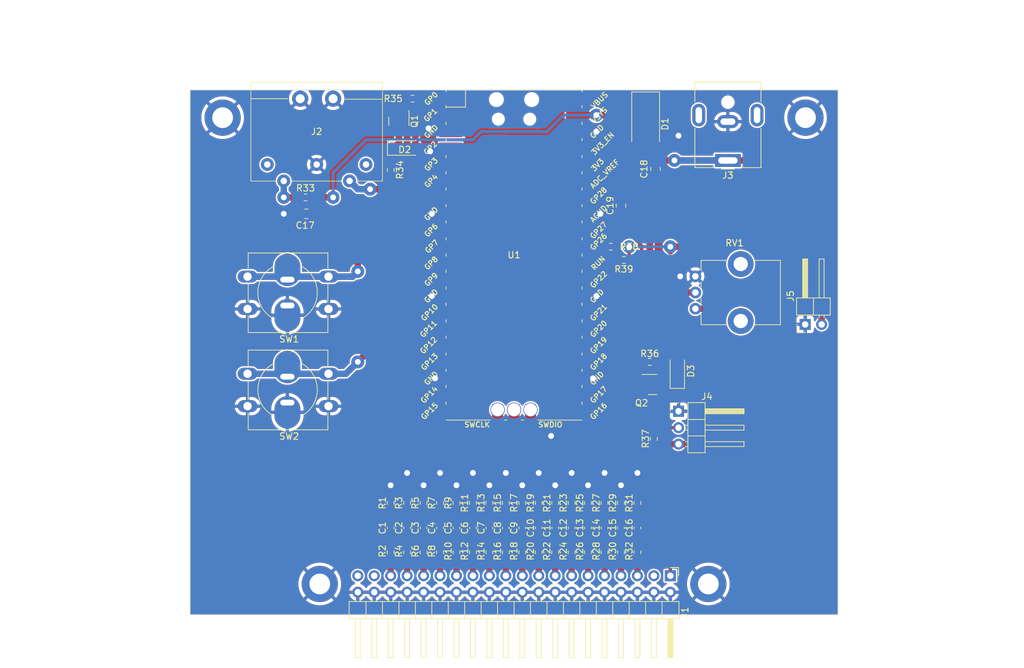
<source format=kicad_pcb>
(kicad_pcb (version 20221018) (generator pcbnew)
  (layers (0 "F.Cu" signal) (31 "B.Cu" signal) (34 "B.Paste" user) (35 "F.Paste" user) (36 "B.SilkS" user "B.Silkscreen") (37 "F.SilkS" user "F.Silkscreen") (38 "B.Mask" user) (39 "F.Mask" user) (44 "Edge.Cuts" user))
  (net 0 "")
  (net 1 "Net-(C1-Pad2)")
  (net 2 "GND")
  (net 6 "/s00")
  (net 7 "/s01")
  (net 8 "/s02")
  (net 9 "/s03")
  (net 10 "/s04")
  (net 11 "/s05")
  (net 12 "/s06")
  (net 13 "/s07")
  (net 14 "/s08")
  (net 15 "/s09")
  (net 16 "/s10")
  (net 17 "/s11")
  (net 18 "/s12")
  (net 19 "/s13")
  (net 20 "/s14")
  (net 21 "/s15")
  (net 22 "Net-(D2-K)")
  (net 26 "+5V")
  (net 34 "Net-(C2-Pad2)")
  (net 35 "Net-(C3-Pad2)")
  (net 36 "Net-(C4-Pad2)")
  (net 37 "Net-(C5-Pad2)")
  (net 38 "Net-(C6-Pad2)")
  (net 39 "Net-(C7-Pad2)")
  (net 40 "Net-(C8-Pad2)")
  (net 41 "Net-(C9-Pad2)")
  (net 42 "Net-(C10-Pad2)")
  (net 43 "Net-(C11-Pad2)")
  (net 44 "Net-(C12-Pad2)")
  (net 45 "Net-(C13-Pad2)")
  (net 46 "Net-(C14-Pad2)")
  (net 47 "Net-(C15-Pad2)")
  (net 48 "Net-(C16-Pad2)")
  (net 49 "/in00")
  (net 50 "/in01")
  (net 51 "/in02")
  (net 52 "/in03")
  (net 53 "/in04")
  (net 54 "/in05")
  (net 55 "/in06")
  (net 56 "/in07")
  (net 57 "/in08")
  (net 58 "/in09")
  (net 59 "/in10")
  (net 60 "/in11")
  (net 61 "/in12")
  (net 62 "/in13")
  (net 63 "/in14")
  (net 64 "/in15")
  (net 66 "Net-(J2-Pad4)")
  (net 67 "Net-(J2-Pad5)")
  (net 68 "Net-(D2-A)")
  (net 69 "Net-(D3-K)")
  (net 70 "Net-(D1-A)")
  (net 71 "/TX")
  (net 73 "Net-(D3-A)")
  (net 74 "/led_out")
  (net 75 "Net-(U1-GPIO28_ADC2)")
  (net 76 "/cal_bt")
  (net 77 "/mode")
  (net 78 "/bt2")
  (net 80 "/VREF")
  (net 81 "Net-(J1-Pin_1)")
  (footprint "Resistor_SMD:R_0603_1608Metric" (layer "F.Cu") (at 110.045 69.85)
    (fp_text reference "R33")
    (fp_text value "220")
  )
  (footprint "Capacitor_SMD:C_0603_1608Metric" (layer "F.Cu") (at 133.35 120.89 -90)
    (fp_text reference "C5")
    (fp_text value "1nF")
  )
  (footprint "Capacitor_SMD:C_0603_1608Metric" (layer "F.Cu") (at 123.19 120.89 -90)
    (fp_text reference "C1")
    (fp_text value "1nF")
  )
  (footprint "Resistor_SMD:R_0603_1608Metric" (layer "F.Cu") (at 153.67 124.65 -90)
    (fp_text reference "R26")
    (fp_text value "4.7k")
  )
  (footprint "Resistor_SMD:R_0603_1608Metric" (layer "F.Cu") (at 158.75 117.03 90)
    (fp_text reference "R29")
    (fp_text value "10Meg")
  )
  (footprint "Resistor_SMD:R_0603_1608Metric" (layer "F.Cu") (at 143.51 124.65 -90)
    (fp_text reference "R18")
    (fp_text value "4.7k")
  )
  (footprint "Capacitor_SMD:C_0805_2012Metric" (layer "F.Cu") (at 164.084 65.466 90)
    (fp_text reference "C18")
    (fp_text value "10uF")
  )
  (footprint "Resistor_SMD:R_0603_1608Metric" (layer "F.Cu") (at 130.81 124.65 -90)
    (fp_text reference "R8")
    (fp_text value "4.7k")
  )
  (footprint "Resistor_SMD:R_0603_1608Metric" (layer "F.Cu") (at 138.43 117.03 90)
    (fp_text reference "R13")
    (fp_text value "10Meg")
  )
  (footprint "Resistor_SMD:R_0603_1608Metric" (layer "F.Cu") (at 126.555 54.61 180)
    (fp_text reference "R35")
    (fp_text value "1k")
  )
  (footprint "Resistor_SMD:R_0603_1608Metric" (layer "F.Cu") (at 143.51 117.03 90)
    (fp_text reference "R17")
    (fp_text value "10Meg")
  )
  (footprint "0_local:RPi_Pico_SMD" (layer "F.Cu") (at 142.24 78.74)
    (fp_text reference "U1")
    (fp_text value "Pico")
  )
  (footprint "Connector_PinHeader_2.54mm:PinHeader_1x02_P2.54mm_Horizontal" (layer "F.Cu") (at 187.193 89.465 90)
    (fp_text reference "J5")
    (fp_text value "power")
  )
  (footprint "Resistor_SMD:R_0603_1608Metric" (layer "F.Cu") (at 159.195 79.502 180)
    (fp_text reference "R39")
    (fp_text value "100k")
  )
  (footprint "Diode_SMD:D_MiniMELF" (layer "F.Cu") (at 125.35 62.23)
    (fp_text reference "D2")
    (fp_text value "BAT43")
  )
  (footprint "MountingHole:MountingHole_3.2mm_M3_DIN965_Pad" (layer "F.Cu") (at 187.24 57.54)
    (fp_text reference "H3" hide)
    (fp_text value "MountingHole_Pad")
  )
  (footprint "Diode_SMD:D_MiniMELF" (layer "F.Cu") (at 167.45 96.675 90)
    (fp_text reference "D3")
    (fp_text value "BAT43")
  )
  (footprint "Capacitor_SMD:C_0805_2012Metric" (layer "F.Cu") (at 158.75 71.12 90)
    (fp_text reference "C19")
    (fp_text value "10uF")
  )
  (footprint "Connector_BarrelJack:BarrelJack_CUI_PJ-063AH_Horizontal" (layer "F.Cu") (at 175.26 64.15 180)
    (fp_text reference "J3")
    (fp_text value "Barrel_Jack_Switch")
  )
  (footprint "Resistor_SMD:R_0603_1608Metric" (layer "F.Cu") (at 130.81 117.03 90)
    (fp_text reference "R7")
    (fp_text value "10Meg")
  )
  (footprint "Package_TO_SOT_SMD:SOT-23" (layer "F.Cu") (at 124.46 58.0875 -90)
    (fp_text reference "Q1")
    (fp_text value "BC846")
  )
  (footprint "MountingHole:MountingHole_3.2mm_M3_DIN965_Pad" (layer "F.Cu") (at 97.24 57.54)
    (fp_text reference "H4" hide)
    (fp_text value "MountingHole_Pad")
  )
  (footprint "0_local:Button" (layer "F.Cu") (at 107.24 99.54 180)
    (fp_text reference "SW2")
    (fp_text value "BT2")
  )
  (footprint "Resistor_SMD:R_0603_1608Metric" (layer "F.Cu") (at 138.43 124.65 -90)
    (fp_text reference "R14")
    (fp_text value "4.7k")
  )
  (footprint "Resistor_SMD:R_0603_1608Metric" (layer "F.Cu") (at 123.19 65.595 -90)
    (fp_text reference "R34")
    (fp_text value "220")
  )
  (footprint "Resistor_SMD:R_0603_1608Metric" (layer "F.Cu") (at 133.35 124.65 -90)
    (fp_text reference "R10")
    (fp_text value "4.7k")
  )
  (footprint "Capacitor_SMD:C_0603_1608Metric" (layer "F.Cu") (at 158.75 120.89 -90)
    (fp_text reference "C15")
    (fp_text value "1nF")
  )
  (footprint "Resistor_SMD:R_0603_1608Metric" (layer "F.Cu") (at 123.19 124.65 -90)
    (fp_text reference "R2")
    (fp_text value "4.7k")
  )
  (footprint "Capacitor_SMD:C_0603_1608Metric" (layer "F.Cu") (at 128.27 120.89 -90)
    (fp_text reference "C3")
    (fp_text value "1nF")
  )
  (footprint "Capacitor_SMD:C_0603_1608Metric" (layer "F.Cu") (at 146.05 120.89 -90)
    (fp_text reference "C10")
    (fp_text value "1nF")
  )
  (footprint "Resistor_SMD:R_0603_1608Metric" (layer "F.Cu") (at 125.73 117.03 90)
    (fp_text reference "R3")
    (fp_text value "10Meg")
  )
  (footprint "0_local:Button" (layer "F.Cu") (at 107.24 84.54 180)
    (fp_text reference "SW1")
    (fp_text value "Calibrate")
  )
  (footprint "0_local:DIN_5" (layer "F.Cu") (at 111.76 59.69)
    (fp_text reference "J2")
    (fp_text value "OUT")
  )
  (footprint "MountingHole:MountingHole_3.2mm_M3_DIN965_Pad" (layer "F.Cu") (at 112.24 129.54)
    (fp_text reference "H1" hide)
    (fp_text value "MountingHole_Pad")
  )
  (footprint "Resistor_SMD:R_0603_1608Metric" (layer "F.Cu") (at 157.163 77.47 180)
    (fp_text reference "R38")
    (fp_text value "1k")
  )
  (footprint "Resistor_SMD:R_0603_1608Metric" (layer "F.Cu") (at 148.59 117.03 90)
    (fp_text reference "R21")
    (fp_text value "10Meg")
  )
  (footprint "Capacitor_SMD:C_0603_1608Metric" (layer "F.Cu") (at 138.43 120.89 -90)
    (fp_text reference "C7")
    (fp_text value "1nF")
  )
  (footprint "Resistor_SMD:R_0603_1608Metric" (layer "F.Cu") (at 151.13 124.65 -90)
    (fp_text reference "R24")
    (fp_text value "4.7k")
  )
  (footprint "Resistor_SMD:R_0603_1608Metric" (layer "F.Cu") (at 135.89 124.65 -90)
    (fp_text reference "R12")
    (fp_text value "4.7k")
  )
  (footprint "Capacitor_SMD:C_0603_1608Metric" (layer "F.Cu") (at 153.67 120.89 -90)
    (fp_text reference "C13")
    (fp_text value "1nF")
  )
  (footprint "Resistor_SMD:R_0603_1608Metric" (layer "F.Cu") (at 163.195 95.25)
    (fp_text reference "R36")
    (fp_text value "1k")
  )
  (footprint "Capacitor_SMD:C_0603_1608Metric" (layer "F.Cu") (at 148.59 120.89 -90)
    (fp_text reference "C11")
    (fp_text value "1nF")
  )
  (footprint "Resistor_SMD:R_0603_1608Metric" (layer "F.Cu") (at 146.05 117.03 90)
    (fp_text reference "R19")
    (fp_text value "10Meg")
  )
  (footprint "Capacitor_SMD:C_0603_1608Metric" (layer "F.Cu") (at 151.13 120.89 -90)
    (fp_text reference "C12")
    (fp_text value "1nF")
  )
  (footprint "Connector_PinHeader_2.54mm:PinHeader_1x03_P2.54mm_Horizontal" (layer "F.Cu") (at 167.64 102.87)
    (fp_text reference "J4")
    (fp_text value "Conn_01x04_Pin")
  )
  (footprint "Resistor_SMD:R_0603_1608Metric" (layer "F.Cu") (at 148.59 124.65 -90)
    (fp_text reference "R22")
    (fp_text value "4.7k")
  )
  (footprint "Capacitor_SMD:C_0805_2012Metric" (layer "F.Cu") (at 110.17 72.39 180)
    (fp_text reference "C17")
    (fp_text value "10uF")
  )
  (footprint "Package_TO_SOT_SMD:SOT-23" (layer "F.Cu") (at 163.64 98.74)
    (fp_text reference "Q2")
    (fp_text value "BC846")
  )
  (footprint "Resistor_SMD:R_0603_1608Metric" (layer "F.Cu") (at 146.05 124.65 -90)
    (fp_text reference "R20")
    (fp_text value "4.7k")
  )
  (footprint "Diode_SMD:D_SMA-SMB_Universal_Handsoldering" (layer "F.Cu") (at 162.56 58.526 -90)
    (fp_text reference "D1")
    (fp_text value "SK24A")
  )
  (footprint "Resistor_SMD:R_0603_1608Metric" (layer "F.Cu") (at 128.27 117.03 90)
    (fp_text reference "R5")
    (fp_text value "10Meg")
  )
  (footprint "Resistor_SMD:R_0603_1608Metric" (layer "F.Cu") (at 133.35 117.03 90)
    (fp_text reference "R9")
    (fp_text value "10Meg")
  )
  (footprint "Capacitor_SMD:C_0603_1608Metric" (layer "F.Cu") (at 130.81 120.89 -90)
    (fp_text reference "C4")
    (fp_text value "1nF")
  )
  (footprint "Resistor_SMD:R_0603_1608Metric" (layer "F.Cu") (at 140.97 124.65 -90)
    (fp_text reference "R16")
    (fp_text value "4.7k")
  )
  (footprint "Capacitor_SMD:C_0603_1608Metric" (layer "F.Cu") (at 156.21 120.89 -90)
    (fp_text reference "C14")
    (fp_text value "1nF")
  )
  (footprint "Resistor_SMD:R_0603_1608Metric" (layer "F.Cu") (at 161.29 117.03 90)
    (fp_text reference "R31")
    (fp_text value "10Meg")
  )
  (footprint "Capacitor_SMD:C_0603_1608Metric" (layer "F.Cu") (at 143.51 120.89 -90)
    (fp_text reference "C9")
    (fp_text value "1nF")
  )
  (footprint "Resistor_SMD:R_0603_1608Metric" (layer "F.Cu") (at 163.83 107.125 -90)
    (fp_text reference "R37")
    (fp_text value "1k")
  )
  (footprint "Resistor_SMD:R_0603_1608Metric" (layer "F.Cu") (at 128.27 124.65 -90)
    (fp_text reference "R6")
    (fp_text value "4.7k")
  )
  (footprint "Resistor_SMD:R_0603_1608Metric" (layer "F.Cu") (at 156.21 117.03 90)
    (fp_text reference "R27")
    (fp_text value "10Meg")
  )
  (footprint "Resistor_SMD:R_0603_1608Metric" (layer "F.Cu") (at 156.21 124.65 -90)
    (fp_text reference "R28")
    (fp_text value "4.7k")
  )
  (footprint "Capacitor_SMD:C_0603_1608Metric" (layer "F.Cu") (at 161.29 120.89 -90)
    (fp_text reference "C16")
    (fp_text value "1nF")
  )
  (footprint "Resistor_SMD:R_0603_1608Metric" (layer "F.Cu") (at 140.97 117.03 90)
    (fp_text reference "R15")
    (fp_text value "10Meg")
  )
  (footprint "Resistor_SMD:R_0603_1608Metric" (layer "F.Cu") (at 123.19 117.03 90)
    (fp_text reference "R1")
    (fp_text value "10Meg")
  )
  (footprint "0_local:Potentiometer_Bourns_PTV09A-1_Single_Vertical" (layer "F.Cu") (at 177.24 84.54)
    (fp_text reference "RV1")
    (fp_text value "10k")
  )
  (footprint "Resistor_SMD:R_0603_1608Metric" (layer "F.Cu") (at 161.29 124.65 -90)
    (fp_text reference "R32")
    (fp_text value "4.7k")
  )
  (footprint "MountingHole:MountingHole_3.2mm_M3_DIN965_Pad" (layer "F.Cu") (at 172.24 129.54)
    (fp_text reference "H2" hide)
    (fp_text value "MountingHole_Pad")
  )
  (footprint "Capacitor_SMD:C_0603_1608Metric" (layer "F.Cu") (at 135.89 120.89 -90)
    (fp_text reference "C6")
    (fp_text value "1nF")
  )
  (footprint "Resistor_SMD:R_0603_1608Metric" (layer "F.Cu") (at 151.13 117.03 90)
    (fp_text reference "R23")
    (fp_text value "10Meg")
  )
  (footprint "Resistor_SMD:R_0603_1608Metric" (layer "F.Cu") (at 158.75 124.65 -90)
    (fp_text reference "R30")
    (fp_text value "4.7k")
  )
  (footprint "Resistor_SMD:R_0603_1608Metric" (layer "F.Cu") (at 153.67 117.03 90)
    (fp_text reference "R25")
    (fp_text value "10Meg")
  )
  (footprint "Resistor_SMD:R_0603_1608Metric" (layer "F.Cu") (at 125.73 124.65 -90)
    (fp_text reference "R4")
    (fp_text value "4.7k")
  )
  (footprint "Connector_PinHeader_2.54mm:PinHeader_2x20_P2.54mm_Horizontal" (layer "F.Cu") (at 166.37 128.27 -90)
    (fp_text reference "J1")
    (fp_text value "Conn_02x20_Odd_Even")
  )
  (footprint "Resistor_SMD:R_0603_1608Metric" (layer "F.Cu") (at 135.89 117.03 90)
    (fp_text reference "R11")
    (fp_text value "10Meg")
  )
  (footprint "Capacitor_SMD:C_0603_1608Metric" (layer "F.Cu") (at 125.73 120.89 -90)
    (fp_text reference "C2")
    (fp_text value "1nF")
  )
  (footprint "Capacitor_SMD:C_0603_1608Metric" (layer "F.Cu") (at 140.97 120.89 -90)
    (fp_text reference "C8")
    (fp_text value "1nF")
  )
  (gr_rect (start 92.24 53.27) (end 192.24 134.27) (stroke (width 0.1)) (fill none) (layer "Edge.Cuts"))
  (gr_text "Jajcus'\ntouch MIDI\nv1" (at 101.24 127.54) (layer "F.Cu" knockout) (effects (font (size 1.5 1.5) (thickness 0.3) bold)))
  (segment (start 123.19 123.825) (end 123.19 121.665) (width 1) (layer "F.Cu") (net 1))
  (segment (start 161.29 116.205) (end 161.29 112.395) (width 1) (layer "F.Cu") (net 2))
  (segment (start 133.35 85.09) (end 129.54 85.09) (width 1) (layer "F.Cu") (net 2))
  (segment (start 128.27 116.205) (end 128.27 114.3) (width 1) (layer "F.Cu") (net 2))
  (segment (start 151.13 97.79) (end 154.94 97.79) (width 1) (layer "F.Cu") (net 2))
  (segment (start 133.35 59.69) (end 129.54 59.69) (width 1) (layer "F.Cu") (net 2))
  (segment (start 133.35 116.205) (end 133.35 114.3) (width 1) (layer "F.Cu") (net 2))
  (segment (start 146.05 116.205) (end 146.05 112.395) (width 1) (layer "F.Cu") (net 2))
  (segment (start 129.032 59.182) (end 129.286 62.738) (width 1) (layer "F.Cu") (net 2))
  (segment (start 158.75 116.205) (end 158.75 114.935) (width 1) (layer "F.Cu") (net 2))
  (segment (start 153.67 116.205) (end 153.67 114.3) (width 1) (layer "F.Cu") (net 2))
  (segment (start 135.89 116.205) (end 135.89 112.395) (width 1) (layer "F.Cu") (net 2))
  (segment (start 140.97 116.205) (end 140.97 112.395) (width 1) (layer "F.Cu") (net 2))
  (segment (start 133.35 72.39) (end 129.54 72.39) (width 1) (layer "F.Cu") (net 2))
  (segment (start 151.13 72.39) (end 154.94 72.39) (width 1) (layer "F.Cu") (net 2))
  (segment (start 130.81 116.205) (end 130.81 112.395) (width 1) (layer "F.Cu") (net 2))
  (segment (start 156.21 116.205) (end 156.21 112.395) (width 1) (layer "F.Cu") (net 2))
  (segment (start 125.73 116.205) (end 125.73 112.395) (width 1) (layer "F.Cu") (net 2))
  (segment (start 151.13 85.09) (end 154.94 85.09) (width 1) (layer "F.Cu") (net 2))
  (segment (start 148.59 116.205) (end 148.59 114.3) (width 1) (layer "F.Cu") (net 2))
  (segment (start 158.43 72.39) (end 158.75 72.07) (width 1) (layer "F.Cu") (net 2))
  (segment (start 143.51 116.205) (end 143.51 114.3) (width 1) (layer "F.Cu") (net 2))
  (segment (start 123.19 116.205) (end 123.19 114.3) (width 1) (layer "F.Cu") (net 2))
  (segment (start 151.13 59.69) (end 154.94 59.69) (width 1) (layer "F.Cu") (net 2))
  (segment (start 133.35 97.79) (end 129.54 97.79) (width 1) (layer "F.Cu") (net 2))
  (segment (start 151.13 116.205) (end 151.13 112.395) (width 1) (layer "F.Cu") (net 2))
  (segment (start 155.575 72.39) (end 158.43 72.39) (width 1) (layer "F.Cu") (net 2))
  (segment (start 109.22 72.39) (end 106.68 72.39) (width 1) (layer "F.Cu") (net 2))
  (segment (start 138.43 116.205) (end 138.43 114.3) (width 1) (layer "F.Cu") (net 2))
  (via (at 158.75 114.3) (size 2) (drill 0.9) (layers "F.Cu" "B.Cu") (net 2))
  (via (at 154.432 97.79) (size 2) (drill 0.9) (layers "F.Cu" "B.Cu") (net 2))
  (via (at 123.19 114.3) (size 2) (drill 0.9) (layers "F.Cu" "B.Cu") (net 2))
  (via (at 154.94 85.09) (size 2) (drill 0.9) (layers "F.Cu" "B.Cu") (net 2))
  (via (at 138.43 114.3) (size 2) (drill 0.9) (layers "F.Cu" "B.Cu") (net 2))
  (via (at 135.89 112.395) (size 2) (drill 0.9) (layers "F.Cu" "B.Cu") (net 2))
  (via (at 128.27 114.3) (size 2) (drill 0.9) (layers "F.Cu" "B.Cu") (net 2))
  (via (at 129.286 62.738) (size 2) (drill 0.9) (layers "F.Cu" "B.Cu") (net 2))
  (via (at 156.21 112.395) (size 2) (drill 0.9) (layers "F.Cu" "B.Cu") (net 2))
  (via (at 125.73 112.395) (size 2) (drill 0.9) (layers "F.Cu" "B.Cu") (net 2))
  (via (at 130.81 112.395) (size 2) (drill 0.9) (layers "F.Cu" "B.Cu") (net 2))
  (via (at 148.59 114.3) (size 2) (drill 0.9) (layers "F.Cu" "B.Cu") (net 2))
  (via (at 129.54 72.39) (size 2) (drill 0.9) (layers "F.Cu" "B.Cu") (net 2))
  (via (at 153.67 114.3) (size 2) (drill 0.9) (layers "F.Cu" "B.Cu") (net 2))
  (via (at 130.048 97.79) (size 2) (drill 0.9) (layers "F.Cu" "B.Cu") (net 2))
  (via (at 167.64 60.325) (size 2) (drill 0.9) (layers "F.Cu" "B.Cu") (net 2))
  (via (at 133.35 114.3) (size 2) (drill 0.9) (layers "F.Cu" "B.Cu") (net 2))
  (via (at 151.13 112.395) (size 2) (drill 0.9) (layers "F.Cu" "B.Cu") (net 2))
  (via (at 129.032 59.182) (size 2) (drill 0.9) (layers "F.Cu" "B.Cu") (net 2))
  (via (at 143.51 114.3) (size 2) (drill 0.9) (layers "F.Cu" "B.Cu") (net 2))
  (via (at 106.68 72.39) (size 2) (drill 0.9) (layers "F.Cu" "B.Cu") (net 2))
  (via (at 155.575 72.39) (size 2) (drill 0.9) (layers "F.Cu" "B.Cu") (net 2))
  (via (at 140.97 112.395) (size 2) (drill 0.9) (layers "F.Cu" "B.Cu") (net 2))
  (via (at 154.94 59.69) (size 2) (drill 0.9) (layers "F.Cu" "B.Cu") (net 2))
  (via (at 129.54 85.09) (size 2) (drill 0.9) (layers "F.Cu" "B.Cu") (net 2))
  (via (at 161.29 112.395) (size 2) (drill 0.9) (layers "F.Cu" "B.Cu") (net 2))
  (via (at 167.894 82.042) (size 2) (drill 0.9) (layers "F.Cu" "B.Cu") (net 2))
  (via (at 147.955 106.68) (size 2) (drill 0.9) (layers "F.Cu" "B.Cu") (net 2))
  (via (at 146.05 112.395) (size 2) (drill 0.9) (layers "F.Cu" "B.Cu") (net 2))
  (segment (start 123.19 118.745) (end 124.64 117.295) (width 0.5) (layer "F.Cu") (net 6))
  (segment (start 129.54 74.93) (end 122.68 81.79) (width 0.5) (layer "F.Cu") (net 6))
  (segment (start 123.19 120.115) (end 123.19 118.745) (width 1) (layer "F.Cu") (net 6))
  (segment (start 124.067601 113.126991) (end 124.067601 108.977399) (width 0.5) (layer "F.Cu") (net 6))
  (segment (start 124.64 117.295) (end 124.64 113.69939) (width 0.5) (layer "F.Cu") (net 6))
  (segment (start 123.19 118.745) (end 123.19 117.855) (width 1) (layer "F.Cu") (net 6))
  (segment (start 122.68 81.79) (end 122.68 107.589799) (width 0.5) (layer "F.Cu") (net 6))
  (segment (start 122.68 107.589799) (end 124.067601 108.977399) (width 0.5) (layer "F.Cu") (net 6))
  (segment (start 124.64 113.69939) (end 124.067601 113.126991) (width 0.5) (layer "F.Cu") (net 6))
  (segment (start 132.955 75.035) (end 131.095 75.035) (width 0.5) (layer "F.Cu") (net 6))
  (segment (start 133.35 74.93) (end 129.54 74.93) (width 0.5) (layer "F.Cu") (net 6))
  (segment (start 125.73 118.745) (end 125.73 117.855) (width 1) (layer "F.Cu") (net 7))
  (segment (start 127.18 112.99561) (end 127.18 111.099849) (width 0.5) (layer "F.Cu") (net 7))
  (segment (start 123.38 107.299849) (end 123.38 83.63) (width 0.5) (layer "F.Cu") (net 7))
  (segment (start 126.82 113.35561) (end 127.18 112.99561) (width 0.5) (layer "F.Cu") (net 7))
  (segment (start 129.54 77.47) (end 133.35 77.47) (width 0.5) (layer "F.Cu") (net 7))
  (segment (start 126.82 117.655) (end 126.82 113.35561) (width 0.5) (layer "F.Cu") (net 7))
  (segment (start 125.73 118.745) (end 126.82 117.655) (width 0.5) (layer "F.Cu") (net 7))
  (segment (start 127.18 111.099849) (end 123.38 107.299849) (width 0.5) (layer "F.Cu") (net 7))
  (segment (start 125.73 120.115) (end 125.73 118.745) (width 1) (layer "F.Cu") (net 7))
  (segment (start 123.38 83.63) (end 129.54 77.47) (width 0.5) (layer "F.Cu") (net 7))
  (segment (start 124.08 107.009899) (end 124.08 85.47) (width 0.5) (layer "F.Cu") (net 8))
  (segment (start 129.36 113.33939) (end 129.36 112.289899) (width 0.5) (layer "F.Cu") (net 8))
  (segment (start 129.72 117.295) (end 129.72 113.69939) (width 0.5) (layer "F.Cu") (net 8))
  (segment (start 129.72 113.69939) (end 129.36 113.33939) (width 0.5) (layer "F.Cu") (net 8))
  (segment (start 124.08 85.47) (end 129.54 80.01) (width 0.5) (layer "F.Cu") (net 8))
  (segment (start 128.27 120.115) (end 128.27 118.745) (width 1) (layer "F.Cu") (net 8))
  (segment (start 129.36 112.289899) (end 124.08 107.009899) (width 0.5) (layer "F.Cu") (net 8))
  (segment (start 129.54 80.01) (end 133.35 80.01) (width 0.5) (layer "F.Cu") (net 8))
  (segment (start 128.27 118.745) (end 128.27 117.855) (width 1) (layer "F.Cu") (net 8))
  (segment (start 128.27 118.745) (end 129.72 117.295) (width 0.5) (layer "F.Cu") (net 8))
  (segment (start 132.26 111.79439) (end 131.345611 110.880001) (width 0.5) (layer "F.Cu") (net 9))
  (segment (start 130.81 118.745) (end 130.81 117.855) (width 1) (layer "F.Cu") (net 9))
  (segment (start 131.9 116.84) (end 131.9 113.35561) (width 0.5) (layer "F.Cu") (net 9))
  (segment (start 130.81 118.745) (end 131.9 117.655) (width 0.5) (layer "F.Cu") (net 9))
  (segment (start 128.940052 110.880001) (end 124.78 106.719949) (width 0.5) (layer "F.Cu") (net 9))
  (segment (start 129.54 82.55) (end 133.35 82.55) (width 0.5) (layer "F.Cu") (net 9))
  (segment (start 130.81 120.115) (end 130.81 118.745) (width 1) (layer "F.Cu") (net 9))
  (segment (start 131.9 113.35561) (end 132.26 112.99561) (width 0.5) (layer "F.Cu") (net 9))
  (segment (start 124.78 106.719949) (end 124.78 87.31) (width 0.5) (layer "F.Cu") (net 9))
  (segment (start 130.81 117.855) (end 130.885 117.855) (width 0.5) (layer "F.Cu") (net 9))
  (segment (start 124.78 87.31) (end 129.54 82.55) (width 0.5) (layer "F.Cu") (net 9))
  (segment (start 132.26 112.99561) (end 132.26 111.79439) (width 0.5) (layer "F.Cu") (net 9))
  (segment (start 131.9 117.655) (end 131.9 116.84) (width 0.5) (layer "F.Cu") (net 9))
  (segment (start 131.345611 110.880001) (end 128.940052 110.880001) (width 0.5) (layer "F.Cu") (net 9))
  (segment (start 133.35 118.745) (end 134.8 117.295) (width 0.5) (layer "F.Cu") (net 10))
  (segment (start 133.35 87.63) (end 129.54 87.63) (width 0.5) (layer "F.Cu") (net 10))
  (segment (start 126.04 106.99) (end 129.230001 110.180001) (width 0.5) (layer "F.Cu") (net 10))
  (segment (start 133.35 120.115) (end 133.35 118.745) (width 1) (layer "F.Cu") (net 10))
  (segment (start 133.35 118.745) (end 133.35 117.855) (width 1) (layer "F.Cu") (net 10))
  (segment (start 134.8 117.295) (end 134.8 113.35561) (width 0.5) (layer "F.Cu") (net 10))
  (segment (start 126.04 91.13) (end 126.04 106.99) (width 0.5) (layer "F.Cu") (net 10))
  (segment (start 134.44 112.99561) (end 134.44 111.905) (width 0.5) (layer "F.Cu") (net 10))
  (segment (start 129.230001 110.180001) (end 132.715 110.18) (width 0.5) (layer "F.Cu") (net 10))
  (segment (start 134.8 113.35561) (end 134.44 112.99561) (width 0.5) (layer "F.Cu") (net 10))
  (segment (start 129.54 87.63) (end 126.04 91.13) (width 0.5) (layer "F.Cu") (net 10))
  (segment (start 134.44 111.905) (end 132.715 110.18) (width 0.5) (layer "F.Cu") (net 10))
  (segment (start 136.149999 109.479999) (end 129.650203 109.480001) (width 0.5) (layer "F.Cu") (net 11))
  (segment (start 135.89 118.745) (end 136.525 118.11) (width 0.5) (layer "F.Cu") (net 11))
  (segment (start 135.89 120.115) (end 135.89 118.745) (width 1) (layer "F.Cu") (net 11))
  (segment (start 129.650203 109.480001) (end 126.74 106.5698) (width 0.5) (layer "F.Cu") (net 11))
  (segment (start 137.34 110.67) (end 136.149999 109.479999) (width 0.5) (layer "F.Cu") (net 11))
  (segment (start 136.84 117.795) (end 136.84 113.49561) (width 0.5) (layer "F.Cu") (net 11))
  (segment (start 135.89 118.745) (end 135.89 117.855) (width 1) (layer "F.Cu") (net 11))
  (segment (start 137.34 112.99561) (end 137.34 110.67) (width 0.5) (layer "F.Cu") (net 11))
  (segment (start 129.54 90.17) (end 133.35 90.17) (width 0.5) (layer "F.Cu") (net 11))
  (segment (start 126.74 106.5698) (end 126.74 92.97) (width 0.5) (layer "F.Cu") (net 11))
  (segment (start 136.525 118.11) (end 136.84 117.795) (width 0.5) (layer "F.Cu") (net 11))
  (segment (start 126.74 92.97) (end 129.54 90.17) (width 0.5) (layer "F.Cu") (net 11))
  (segment (start 136.84 113.49561) (end 137.34 112.99561) (width 0.5) (layer "F.Cu") (net 11))
  (segment (start 139.88 117.295) (end 139.88 113.35561) (width 0.5) (layer "F.Cu") (net 12))
  (segment (start 138.43 118.745) (end 138.43 117.855) (width 1) (layer "F.Cu") (net 12))
  (segment (start 139.065 112.54061) (end 139.065 109.855) (width 0.5) (layer "F.Cu") (net 12))
  (segment (start 137.99 108.78) (end 129.940152 108.78) (width 0.5) (layer "F.Cu") (net 12))
  (segment (start 138.43 118.745) (end 139.88 117.295) (width 0.5) (layer "F.Cu") (net 12))
  (segment (start 139.065 109.855) (end 137.99 108.78) (width 0.5) (layer "F.Cu") (net 12))
  (segment (start 127.44 106.27985) (end 129.325075 108.164925) (width 0.5) (layer "F.Cu") (net 12))
  (segment (start 139.88 113.35561) (end 139.065 112.54061) (width 0.5) (layer "F.Cu") (net 12))
  (segment (start 129.54 92.71) (end 127.44 94.81) (width 0.5) (layer "F.Cu") (net 12))
  (segment (start 127.44 94.81) (end 127.44 106.27985) (width 0.5) (layer "F.Cu") (net 12))
  (segment (start 129.940152 108.78) (end 129.325075 108.164925) (width 0.5) (layer "F.Cu") (net 12))
  (segment (start 138.43 120.115) (end 138.43 118.745) (width 1) (layer "F.Cu") (net 12))
  (segment (start 133.35 92.71) (end 129.54 92.71) (width 0.5) (layer "F.Cu") (net 12))
  (segment (start 141.605 118.11) (end 142.06 117.655) (width 0.5) (layer "F.Cu") (net 13))
  (segment (start 129.54 95.25) (end 133.35 95.25) (width 0.5) (layer "F.Cu") (net 13))
  (segment (start 142.42 112.99561) (end 142.42 110.67) (width 0.5) (layer "F.Cu") (net 13))
  (segment (start 142.42 110.67) (end 139.83 108.08) (width 0.5) (layer "F.Cu") (net 13))
  (segment (start 142.06 117.655) (end 142.06 113.35561) (width 0.5) (layer "F.Cu") (net 13))
  (segment (start 130.230102 108.08) (end 128.14 105.9899) (width 0.5) (layer "F.Cu") (net 13))
  (segment (start 140.97 120.115) (end 140.97 118.745) (width 1) (layer "F.Cu") (net 13))
  (segment (start 128.14 105.9899) (end 128.14 96.65) (width 0.5) (layer "F.Cu") (net 13))
  (segment (start 139.83 108.08) (end 130.230102 108.08) (width 0.5) (layer "F.Cu") (net 13))
  (segment (start 128.14 96.65) (end 129.54 95.25) (width 0.5) (layer "F.Cu") (net 13))
  (segment (start 142.06 113.35561) (end 142.42 112.99561) (width 0.5) (layer "F.Cu") (net 13))
  (segment (start 140.97 118.745) (end 141.605 118.11) (width 0.5) (layer "F.Cu") (net 13))
  (segment (start 140.97 118.745) (end 140.97 117.855) (width 1) (layer "F.Cu") (net 13))
  (segment (start 144.96 113.35561) (end 144.4625 112.85811) (width 0.5) (layer "F.Cu") (net 14))
  (segment (start 144.4625 110.1725) (end 141.67 107.38) (width 0.5) (layer "F.Cu") (net 14))
  (segment (start 141.67 107.38) (end 130.520051 107.38) (width 0.5) (layer "F.Cu") (net 14))
  (segment (start 130.520051 107.38) (end 128.84 105.69995) (width 0.5) (layer "F.Cu") (net 14))
  (segment (start 143.51 118.745) (end 143.51 117.855) (width 1) (layer "F.Cu") (net 14))
  (segment (start 128.84 102.98) (end 131.49 100.33) (width 0.5) (layer "F.Cu") (net 14))
  (segment (start 131.49 100.33) (end 133.35 100.33) (width 0.5) (layer "F.Cu") (net 14))
  (segment (start 143.51 118.745) (end 144.96 117.295) (width 0.5) (layer "F.Cu") (net 14))
  (segment (start 143.51 120.115) (end 143.51 118.745) (width 1) (layer "F.Cu") (net 14))
  (segment (start 144.4625 112.85811) (end 144.4625 110.1725) (width 0.5) (layer "F.Cu") (net 14))
  (segment (start 133.35 100.33) (end 130.81 100.33) (width 0.5) (layer "F.Cu") (net 14))
  (segment (start 128.84 105.69995) (end 128.84 102.98) (width 0.5) (layer "F.Cu") (net 14))
  (segment (start 144.96 117.295) (end 144.96 113.35561) (width 0.5) (layer "F.Cu") (net 14))
  (segment (start 130.81 102.87) (end 133.35 102.87) (width 0.5) (layer "F.Cu") (net 15))
  (segment (start 129.54 105.41) (end 129.54 104.14) (width 0.5) (layer "F.Cu") (net 15))
  (segment (start 129.54 104.14) (end 130.81 102.87) (width 0.5) (layer "F.Cu") (net 15))
  (segment (start 147.14 113.35561) (end 147.5 112.99561) (width 0.5) (layer "F.Cu") (net 15))
  (segment (start 146.05 118.745) (end 146.05 117.855) (width 1) (layer "F.Cu") (net 15))
  (segment (start 143.51 106.68) (end 130.81 106.68) (width 0.5) (layer "F.Cu") (net 15))
  (segment (start 147.5 112.99561) (end 147.5 110.67) (width 0.5) (layer "F.Cu") (net 15))
  (segment (start 146.05 120.115) (end 146.05 118.745) (width 1) (layer "F.Cu") (net 15))
  (segment (start 147.14 117.655) (end 147.14 113.35561) (width 0.5) (layer "F.Cu") (net 15))
  (segment (start 146.05 118.745) (end 147.14 117.655) (width 0.5) (layer "F.Cu") (net 15))
  (segment (start 147.5 110.67) (end 143.51 106.68) (width 0.5) (layer "F.Cu") (net 15))
  (segment (start 130.81 106.68) (end 129.54 105.41) (width 0.5) (layer "F.Cu") (net 15))
  (segment (start 150.04 117.295) (end 150.04 113.69939) (width 0.5) (layer "F.Cu") (net 16))
  (segment (start 153.67 106.68) (end 154.94 105.41) (width 0.5) (layer "F.Cu") (net 16))
  (segment (start 148.59 118.745) (end 150.04 117.295) (width 0.5) (layer "F.Cu") (net 16))
  (segment (start 153.67 102.87) (end 151.13 102.87) (width 0.5) (layer "F.Cu") (net 16))
  (segment (start 149.225 108.585) (end 151.13 106.68) (width 0.5) (layer "F.Cu") (net 16))
  (segment (start 148.59 118.745) (end 148.59 117.855) (width 1) (layer "F.Cu") (net 16))
  (segment (start 154.94 104.14) (end 153.67 102.87) (width 0.5) (layer "F.Cu") (net 16))
  (segment (start 151.13 106.68) (end 153.67 106.68) (width 0.5) (layer "F.Cu") (net 16))
  (segment (start 154.94 105.41) (end 154.94 104.14) (width 0.5) (layer "F.Cu") (net 16))
  (segment (start 149.225 112.88439) (end 149.225 108.585) (width 0.5) (layer "F.Cu") (net 16))
  (segment (start 150.04 113.69939) (end 149.225 112.88439) (width 0.5) (layer "F.Cu") (net 16))
  (segment (start 148.59 120.115) (end 148.59 118.745) (width 1) (layer "F.Cu") (net 16))
  (segment (start 151.13 100.33) (end 154.94 100.33) (width 0.5) (layer "F.Cu") (net 17))
  (segment (start 151.13 118.745) (end 151.13 117.855) (width 1) (layer "F.Cu") (net 17))
  (segment (start 155.64 101.03) (end 155.64 105.98) (width 0.5) (layer "F.Cu") (net 17))
  (segment (start 151.13 118.745) (end 152.22 117.655) (width 0.5) (layer "F.Cu") (net 17))
  (segment (start 151.13 120.115) (end 151.13 118.745) (width 1) (layer "F.Cu") (net 17))
  (segment (start 155.64 105.98) (end 152.7175 108.9025) (width 0.5) (layer "F.Cu") (net 17))
  (segment (start 152.7175 113.20189) (end 152.7175 108.9025) (width 0.5) (layer "F.Cu") (net 17))
  (segment (start 152.22 113.69939) (end 152.7175 113.20189) (width 0.5) (layer "F.Cu") (net 17))
  (segment (start 154.94 100.33) (end 155.64 101.03) (width 0.5) (layer "F.Cu") (net 17))
  (segment (start 152.22 117.655) (end 152.22 113.69939) (width 0.5) (layer "F.Cu") (net 17))
  (segment (start 155.12 113.35561) (end 154.76 112.99561) (width 0.5) (layer "F.Cu") (net 18))
  (segment (start 156.34 96.65) (end 154.94 95.25) (width 0.5) (layer "F.Cu") (net 18))
  (segment (start 153.67 118.745) (end 155.12 117.295) (width 0.5) (layer "F.Cu") (net 18))
  (segment (start 156.34 106.26995) (end 156.34 96.65) (width 0.5) (layer "F.Cu") (net 18))
  (segment (start 154.94 95.25) (end 151.13 95.25) (width 0.5) (layer "F.Cu") (net 18))
  (segment (start 155.12 117.295) (end 155.12 113.35561) (width 0.5) (layer "F.Cu") (net 18))
  (segment (start 154.76 107.84995) (end 156.34 106.26995) (width 0.5) (layer "F.Cu") (net 18))
  (segment (start 153.67 120.115) (end 153.67 118.745) (width 1) (layer "F.Cu") (net 18))
  (segment (start 153.67 118.745) (end 153.67 117.855) (width 1) (layer "F.Cu") (net 18))
  (segment (start 154.76 112.99561) (end 154.76 107.84995) (width 0.5) (layer "F.Cu") (net 18))
  (segment (start 154.94 92.71) (end 157.04 94.81) (width 0.5) (layer "F.Cu") (net 19))
  (segment (start 157.16 117.795) (end 157.16 113.49561) (width 0.5) (layer "F.Cu") (net 19))
  (segment (start 157.16 113.49561) (end 157.66 112.99561) (width 0.5) (layer "F.Cu") (net 19))
  (segment (start 156.21 118.745) (end 156.21 117.855) (width 1) (layer "F.Cu") (net 19))
  (segment (start 157.04 94.81) (end 157.04 111.17439) (width 0.5) (layer "F.Cu") (net 19))
  (segment (start 156.21 120.115) (end 156.21 118.745) (width 1) (layer "F.Cu") (net 19))
  (segment (start 157.04 111.17439) (end 157.485585 111.619975) (width 0.5) (layer "F.Cu") (net 19))
  (segment (start 151.13 92.71) (end 154.94 92.71) (width 0.5) (layer "F.Cu") (net 19))
  (segment (start 156.21 118.745) (end 157.16 117.795) (width 0.5) (layer "F.Cu") (net 19))
  (segment (start 157.66 112.99561) (end 157.66 111.80556) (width 0.5) (layer "F.Cu") (net 19))
  (segment (start 157.66 111.80556) (end 157.48 111.625559) (width 0.5) (layer "F.Cu") (net 19))
  (segment (start 159.35061 112.49505) (end 159.35061 112.85) (width 0.5) (layer "F.Cu") (net 20))
  (segment (start 160.2 113.69939) (end 160.2 117.295) (width 0.5) (layer "F.Cu") (net 20))
  (segment (start 159.35061 112.85) (end 160.2 113.69939) (width 0.5) (layer "F.Cu") (net 20))
  (segment (start 158.75 120.115) (end 158.75 118.745) (width 1) (layer "F.Cu") (net 20))
  (segment (start 157.74 110.88444) (end 159.35061 112.49505) (width 0.5) (layer "F.Cu") (net 20))
  (segment (start 158.75 118.745) (end 158.75 117.855) (width 1) (layer "F.Cu") (net 20))
  (segment (start 151.13 90.17) (end 154.94 90.17) (width 0.5) (layer "F.Cu") (net 20))
  (segment (start 160.2 117.295) (end 158.75 118.745) (width 0.5) (layer "F.Cu") (net 20))
  (segment (start 154.94 90.17) (end 157.74 92.97) (width 0.5) (layer "F.Cu") (net 20))
  (segment (start 157.74 92.97) (end 157.74 110.88444) (width 0.5) (layer "F.Cu") (net 20))
  (segment (start 161.29 118.745) (end 161.29 117.855) (width 1) (layer "F.Cu") (net 21))
  (segment (start 161.29 120.115) (end 161.29 118.745) (width 1) (layer "F.Cu") (net 21))
  (segment (start 163.195 112.24939) (end 158.44 107.49439) (width 0.5) (layer "F.Cu") (net 21))
  (segment (start 163.195 116.84) (end 163.195 112.24939) (width 0.5) (layer "F.Cu") (net 21))
  (segment (start 158.44 107.49439) (end 158.44 91.13) (width 0.5) (layer "F.Cu") (net 21))
  (segment (start 158.44 91.13) (end 154.94 87.63) (width 0.5) (layer "F.Cu") (net 21))
  (segment (start 154.94 87.63) (end 151.13 87.63) (width 0.5) (layer "F.Cu") (net 21))
  (segment (start 161.29 118.745) (end 163.195 116.84) (width 0.5) (layer "F.Cu") (net 21))
  (segment (start 124.46 61.47) (end 123.7 62.23) (width 1) (layer "F.Cu") (net 22))
  (segment (start 124.46 59.025) (end 124.46 61.47) (width 1) (layer "F.Cu") (net 22))
  (segment (start 123.7 62.23) (end 123.7 64.26) (width 1) (layer "F.Cu") (net 22))
  (segment (start 123.7 64.26) (end 123.19 64.77) (width 1) (layer "F.Cu") (net 22))
  (segment (start 158.37 57.15) (end 161.036 57.15) (width 1) (layer "F.Cu") (net 26))
  (segment (start 179.07 74.93) (end 182.88 78.74) (width 1) (layer "F.Cu") (net 26))
  (segment (start 111.76 71.75) (end 111.12 72.39) (width 1) (layer "F.Cu") (net 26))
  (segment (start 110.87 69.85) (end 111.76 69.85) (width 1) (layer "F.Cu") (net 26))
  (segment (start 170.18 74.93) (end 179.07 74.93) (width 1) (layer "F.Cu") (net 26))
  (segment (start 158.37 63.12) (end 170.18 74.93) (width 1) (layer "F.Cu") (net 26))
  (segment (start 167.64 107.95) (end 163.83 107.95) (width 1) (layer "F.Cu") (net 26))
  (segment (start 111.76 69.85) (end 111.76 71.75) (width 1) (layer "F.Cu") (net 26))
  (segment (start 182.88 78.74) (end 182.88 102.87) (width 1) (layer "F.Cu") (net 26))
  (segment (start 111.76 69.85) (end 114.3 69.85) (width 1) (layer "F.Cu") (net 26))
  (segment (start 151.13 57.15) (end 154.94 57.15) (width 1) (layer "F.Cu") (net 26))
  (segment (start 182.88 102.87) (end 177.8 107.95) (width 1) (layer "F.Cu") (net 26))
  (segment (start 161.036 57.15) (end 162.56 55.626) (width 1) (layer "F.Cu") (net 26))
  (segment (start 177.8 107.95) (end 167.64 107.95) (width 1) (layer "F.Cu") (net 26))
  (segment (start 154.94 57.15) (end 158.37 57.15) (width 1) (layer "F.Cu") (net 26))
  (segment (start 158.37 57.15) (end 158.37 63.12) (width 1) (layer "F.Cu") (net 26))
  (via (at 154.94 57.15) (size 2) (drill 0.9) (layers "F.Cu" "B.Cu") (net 26))
  (via (at 114.3 69.85) (size 2) (drill 0.9) (layers "F.Cu" "B.Cu") (net 26))
  (segment (start 135.89 60.96) (end 123.19 60.96) (width 0.5) (layer "B.Cu") (net 26))
  (segment (start 147.32 59.69) (end 137.16 59.69) (width 0.5) (layer "B.Cu") (net 26))
  (segment (start 114.3 66.04) (end 114.3 69.85) (width 0.5) (layer "B.Cu") (net 26))
  (segment (start 123.19 60.96) (end 119.38 60.96) (width 0.5) (layer "B.Cu") (net 26))
  (segment (start 154.94 57.15) (end 149.86 57.15) (width 0.5) (layer "B.Cu") (net 26))
  (segment (start 137.16 59.69) (end 135.89 60.96) (width 0.5) (layer "B.Cu") (net 26))
  (segment (start 149.86 57.15) (end 147.32 59.69) (width 0.5) (layer "B.Cu") (net 26))
  (segment (start 119.38 60.96) (end 114.3 66.04) (width 0.5) (layer "B.Cu") (net 26))
  (segment (start 125.73 123.825) (end 125.73 121.665) (width 1) (layer "F.Cu") (net 34))
  (segment (start 128.27 123.825) (end 128.27 121.665) (width 1) (layer "F.Cu") (net 35))
  (segment (start 130.81 123.825) (end 130.81 121.665) (width 1) (layer "F.Cu") (net 36))
  (segment (start 133.35 123.825) (end 133.35 121.665) (width 1) (layer "F.Cu") (net 37))
  (segment (start 135.89 123.825) (end 135.89 121.665) (width 1) (layer "F.Cu") (net 38))
  (segment (start 138.43 123.825) (end 138.43 121.665) (width 1) (layer "F.Cu") (net 39))
  (segment (start 140.97 123.825) (end 140.97 121.665) (width 1) (layer "F.Cu") (net 40))
  (segment (start 143.51 123.825) (end 143.51 121.665) (width 1) (layer "F.Cu") (net 41))
  (segment (start 146.05 123.825) (end 146.05 121.665) (width 1) (layer "F.Cu") (net 42))
  (segment (start 148.59 123.825) (end 148.59 121.665) (width 1) (layer "F.Cu") (net 43))
  (segment (start 151.13 123.825) (end 151.13 121.665) (width 1) (layer "F.Cu") (net 44))
  (segment (start 153.67 123.825) (end 153.67 121.665) (width 1) (layer "F.Cu") (net 45))
  (segment (start 156.21 123.825) (end 156.21 121.665) (width 1) (layer "F.Cu") (net 46))
  (segment (start 158.75 123.825) (end 158.75 121.665) (width 1) (layer "F.Cu") (net 47))
  (segment (start 161.29 123.825) (end 161.29 121.665) (width 1) (layer "F.Cu") (net 48))
  (segment (start 123.19 128.27) (end 123.19 125.475) (width 1) (layer "F.Cu") (net 49))
  (segment (start 125.73 125.475) (end 125.73 128.27) (width 1) (layer "F.Cu") (net 50))
  (segment (start 128.27 125.475) (end 128.27 128.27) (width 1) (layer "F.Cu") (net 51))
  (segment (start 130.81 125.475) (end 130.81 128.27) (width 1) (layer "F.Cu") (net 52))
  (segment (start 133.35 125.475) (end 133.35 128.27) (width 1) (layer "F.Cu") (net 53))
  (segment (start 135.89 125.475) (end 135.89 128.27) (width 1) (layer "F.Cu") (net 54))
  (segment (start 138.43 125.475) (end 138.43 128.27) (width 1) (layer "F.Cu") (net 55))
  (segment (start 140.97 125.475) (end 140.97 128.27) (width 1) (layer "F.Cu") (net 56))
  (segment (start 143.51 125.475) (end 143.51 128.27) (width 1) (layer "F.Cu") (net 57))
  (segment (start 146.05 125.475) (end 146.05 128.27) (width 1) (layer "F.Cu") (net 58))
  (segment (start 148.59 125.475) (end 148.59 128.27) (width 1) (layer "F.Cu") (net 59))
  (segment (start 151.13 125.475) (end 151.13 128.27) (width 1) (layer "F.Cu") (net 60))
  (segment (start 153.67 125.475) (end 153.67 128.27) (width 1) (layer "F.Cu") (net 61))
  (segment (start 156.21 125.475) (end 156.21 128.27) (width 1) (layer "F.Cu") (net 62))
  (segment (start 158.75 125.475) (end 158.75 128.27) (width 1) (layer "F.Cu") (net 63))
  (segment (start 161.29 125.475) (end 161.29 128.27) (width 1) (layer "F.Cu") (net 64))
  (segment (start 106.68 69.85) (end 106.68 67.31) (width 1) (layer "F.Cu") (net 66))
  (segment (start 106.68 69.85) (end 109.22 69.85) (width 1) (layer "F.Cu") (net 66))
  (via (at 106.68 69.85) (size 2) (drill 0.9) (layers "F.Cu" "B.Cu") (net 66))
  (segment locked (start 106.68 67.31) (end 106.68 69.85) (width 1) (layer "B.Cu") (net 66))
  (segment (start 118.11 68.58) (end 120.015 68.58) (width 1) (layer "F.Cu") (net 67))
  (segment (start 121.285 68.58) (end 120.015 68.58) (width 1) (layer "F.Cu") (net 67))
  (segment (start 123.19 66.42) (end 123.19 66.675) (width 1) (layer "F.Cu") (net 67))
  (segment (start 123.19 66.675) (end 121.285 68.58) (width 1) (layer "F.Cu") (net 67))
  (segment (start 116.84 67.31) (end 118.11 68.58) (width 1) (layer "F.Cu") (net 67))
  (via (at 120.015 68.58) (size 2) (drill 0.9) (layers "F.Cu" "B.Cu") (net 67))
  (segment locked (start 116.84 67.31) (end 118.11 68.58) (width 1) (layer "B.Cu") (net 67))
  (segment locked (start 118.11 68.58) (end 120.015 68.58) (width 1) (layer "B.Cu") (net 67))
  (segment (start 125.73 56.83) (end 127 58.1) (width 1) (layer "F.Cu") (net 68))
  (segment (start 125.73 56.83) (end 125.41 57.15) (width 1) (layer "F.Cu") (net 68))
  (segment (start 125.73 54.61) (end 125.73 56.83) (width 1) (layer "F.Cu") (net 68))
  (segment (start 127 58.1) (end 127 62.23) (width 1) (layer "F.Cu") (net 68))
  (segment (start 164.5775 100.8525) (end 164.5775 98.74) (width 0.5) (layer "F.Cu") (net 69))
  (segment (start 167.3125 98.74) (end 167.45 98.6025) (width 0.5) (layer "F.Cu") (net 69))
  (segment (start 164.5775 98.74) (end 167.3125 98.74) (width 0.5) (layer "F.Cu") (net 69))
  (segment (start 167.64 105.41) (end 165.1 105.41) (width 0.5) (layer "F.Cu") (net 69))
  (segment (start 163.83 104.14) (end 163.83 101.6) (width 0.5) (layer "F.Cu") (net 69))
  (segment (start 163.83 106.3) (end 163.83 104.14) (width 0.5) (layer "F.Cu") (net 69))
  (segment (start 165.1 105.41) (end 163.83 104.14) (width 0.5) (layer "F.Cu") (net 69))
  (segment (start 163.83 101.6) (end 164.5775 100.8525) (width 0.5) (layer "F.Cu") (net 69))
  (segment locked (start 175.26 64.15) (end 167.02 64.15) (width 1) (layer "F.Cu") (net 70))
  (segment (start 175.26 64.15) (end 183.784 64.15) (width 1) (layer "F.Cu") (net 70))
  (segment (start 165.269 64.135) (end 164.888 64.516) (width 1) (layer "F.Cu") (net 70))
  (segment (start 167.005 64.135) (end 165.269 64.135) (width 1) (layer "F.Cu") (net 70))
  (segment (start 189.733 70.099) (end 189.733 89.465) (width 1) (layer "F.Cu") (net 70))
  (segment (start 165.269 64.135) (end 162.56 61.426) (width 1) (layer "F.Cu") (net 70))
  (segment (start 164.888 64.516) (end 164.084 64.516) (width 1) (layer "F.Cu") (net 70))
  (segment (start 183.784 64.15) (end 189.733 70.099) (width 1) (layer "F.Cu") (net 70))
  (via (at 167.005 64.135) (size 2) (drill 0.9) (layers "F.Cu" "B.Cu") (net 70))
  (segment (start 167.005 64.135) (end 167.02 64.15) (width 1) (layer "B.Cu") (net 70))
  (segment locked (start 167.02 64.15) (end 175.26 64.15) (width 1) (layer "B.Cu") (net 70))
  (segment (start 133.35 54.61) (end 127.38 54.61) (width 1) (layer "F.Cu") (net 71))
  (segment (start 164.02 96.4725) (end 162.7025 97.79) (width 0.5) (layer "F.Cu") (net 73))
  (segment (start 164.02 95.25) (end 164.02 96.4725) (width 0.5) (layer "F.Cu") (net 73))
  (segment (start 167.45 95.3025) (end 164.0725 95.3025) (width 0.5) (layer "F.Cu") (net 73))
  (segment (start 164.0725 95.3025) (end 164.02 95.25) (width 0.5) (layer "F.Cu") (net 73))
  (segment (start 159.53061 74.93) (end 161.925 77.32439) (width 0.5) (layer "F.Cu") (net 74))
  (segment (start 161.925 94.805) (end 162.37 95.25) (width 0.5) (layer "F.Cu") (net 74))
  (segment (start 151.13 74.93) (end 159.53061 74.93) (width 0.5) (layer "F.Cu") (net 74))
  (segment (start 161.925 77.32439) (end 161.925 94.805) (width 0.5) (layer "F.Cu") (net 74))
  (segment (start 151.13 69.85) (end 157.29 69.85) (width 1) (layer "F.Cu") (net 75))
  (segment (start 158.75 70.17) (end 159.475 70.17) (width 1) (layer "F.Cu") (net 75))
  (segment (start 159.475 70.17) (end 163.195 73.89) (width 1) (layer "F.Cu") (net 75))
  (segment (start 163.195 73.89) (end 163.195 80.095) (width 1) (layer "F.Cu") (net 75))
  (segment (start 157.29 69.85) (end 158.75 69.85) (width 1) (layer "F.Cu") (net 75))
  (segment (start 163.195 80.095) (end 167.64 84.54) (width 1) (layer "F.Cu") (net 75))
  (segment (start 167.64 84.54) (end 170.24 84.54) (width 1) (layer "F.Cu") (net 75))
  (segment (start 133.35 67.31) (end 127 67.31) (width 1) (layer "F.Cu") (net 76))
  (segment (start 101.09 82.08) (end 117.31 82.08) (width 1) (layer "F.Cu") (net 76))
  (segment (start 127 67.31) (end 118.11 76.2) (width 1) (layer "F.Cu") (net 76))
  (segment (start 118.11 76.2) (end 118.11 81.28) (width 1) (layer "F.Cu") (net 76))
  (segment (start 117.31 82.08) (end 118.11 81.28) (width 1) (layer "F.Cu") (net 76))
  (via (at 118.11 81.28) (size 2) (drill 0.9) (layers "F.Cu" "B.Cu") (net 76))
  (segment locked (start 101.09 82.08) (end 113.59 82.08) (width 1) (layer "B.Cu") (net 76))
  (segment locked (start 117.31 82.08) (end 118.11 81.28) (width 1) (layer "B.Cu") (net 76))
  (segment locked (start 113.59 82.08) (end 117.31 82.08) (width 1) (layer "B.Cu") (net 76))
  (segment (start 151.13 77.47) (end 156.338 77.47) (width 0.5) (layer "F.Cu") (net 77))
  (segment (start 129.54 69.85) (end 120.65 78.74) (width 1) (layer "F.Cu") (net 78))
  (segment (start 101.09 97.08) (end 116.28 97.08) (width 1) (layer "F.Cu") (net 78))
  (segment (start 120.65 92.71) (end 118.11 95.25) (width 1) (layer "F.Cu") (net 78))
  (segment (start 120.65 78.74) (end 120.65 92.71) (width 1) (layer "F.Cu") (net 78))
  (segment (start 133.35 69.85) (end 129.54 69.85) (width 1) (layer "F.Cu") (net 78))
  (segment (start 116.28 97.08) (end 118.11 95.25) (width 1) (layer "F.Cu") (net 78))
  (via (at 118.11 95.25) (size 2) (drill 0.9) (layers "F.Cu" "B.Cu") (net 78))
  (segment locked (start 116.28 97.08) (end 118.11 95.25) (width 1) (layer "B.Cu") (net 78))
  (segment locked (start 113.59 97.08) (end 101.09 97.08) (width 1) (layer "B.Cu") (net 78))
  (segment locked (start 113.59 97.08) (end 116.28 97.08) (width 1) (layer "B.Cu") (net 78))
  (segment (start 166.37 77.47) (end 166.37 78.17) (width 1) (layer "F.Cu") (net 80))
  (segment (start 173.482 85.598) (end 173.482 81.28) (width 1) (layer "F.Cu") (net 80))
  (segment (start 166.37 77.47) (end 169.672 77.47) (width 1) (layer "F.Cu") (net 80))
  (segment (start 169.672 77.47) (end 159.512 67.31) (width 1) (layer "F.Cu") (net 80))
  (segment (start 159.512 67.31) (end 151.13 67.31) (width 1) (layer "F.Cu") (net 80))
  (segment (start 160.02 79.502) (end 160.02 77.47) (width 0.5) (layer "F.Cu") (net 80))
  (segment (start 170.24 87.04) (end 172.04 87.04) (width 1) (layer "F.Cu") (net 80))
  (segment (start 172.04 87.04) (end 173.482 85.598) (width 1) (layer "F.Cu") (net 80))
  (segment (start 173.482 81.28) (end 169.672 77.47) (width 1) (layer "F.Cu") (net 80))
  (via (at 160.02 77.47) (size 2) (drill 0.9) (layers "F.Cu" "B.Cu") (net 80))
  (via (at 166.37 77.47) (size 2) (drill 0.9) (layers "F.Cu" "B.Cu") (net 80))
  (segment (start 160.02 77.47) (end 166.37 77.47) (width 0.5) (layer "B.Cu") (net 80))
  (segment (start 158.37 80.265) (end 160.02 81.915) (width 0.5) (layer "F.Cu") (net 81))
  (segment (start 157.988 79.12) (end 158.37 79.502) (width 0.5) (layer "F.Cu") (net 81))
  (segment (start 166.37 113.03) (end 166.37 128.27) (width 0.5) (layer "F.Cu") (net 81))
  (segment (start 160.02 81.915) (end 160.02 106.68) (width 0.5) (layer "F.Cu") (net 81))
  (segment (start 157.988 77.47) (end 157.988 79.12) (width 0.5) (layer "F.Cu") (net 81))
  (segment (start 158.37 79.502) (end 158.37 80.265) (width 0.5) (layer "F.Cu") (net 81))
  (segment (start 160.02 106.68) (end 166.37 113.03) (width 0.5) (layer "F.Cu") (net 81))
  (zone (net 2) (net_name "GND") (layer "F.Cu") (name "topGND") (priority 1) (connect_pads (clearance 0.25)) (min_thickness 0.25) (fill yes (thermal_gap 0.5) (thermal_bridge_width 0.5))
    (polygon (pts (xy 90.965 45.72) (xy 194.435 45.72) (xy 194.435 136.525) (xy 90.965 136.525)))
  )
  (zone (net 0) (net_name "") (layer "F.Cu") (connect_pads (clearance 0)) (min_thickness 0.25)
    (keepout (tracks not_allowed) (vias not_allowed) (pads not_allowed) (copperpour not_allowed) (footprints allowed))
    (fill (thermal_gap 0.5) (thermal_bridge_width 0.5))
    (polygon (pts (xy 138.176 60.198) (xy 138.176 67.31) (xy 141.224 67.31) (xy 141.224 60.198)))
  )
  (zone (net 0) (net_name "") (layer "F.Cu") (connect_pads (clearance 0)) (min_thickness 0.25)
    (keepout (tracks not_allowed) (vias not_allowed) (pads allowed) (copperpour not_allowed) (footprints allowed))
    (fill (thermal_gap 0.5) (thermal_bridge_width 0.5))
    (polygon (pts (xy 138.176 53.594) (xy 138.176 59.182) (xy 146.304 59.182) (xy 146.304 53.594)))
  )
  (zone (net 2) (net_name "GND") (layer "B.Cu") (connect_pads (clearance 0.25)) (min_thickness 0.25) (fill yes (thermal_gap 0.5) (thermal_bridge_width 0.5))
    (polygon (pts (xy 62.865 39.37) (xy 220.98 39.37) (xy 220.98 134.715) (xy 62.865 134.715)))
  )
)
</source>
